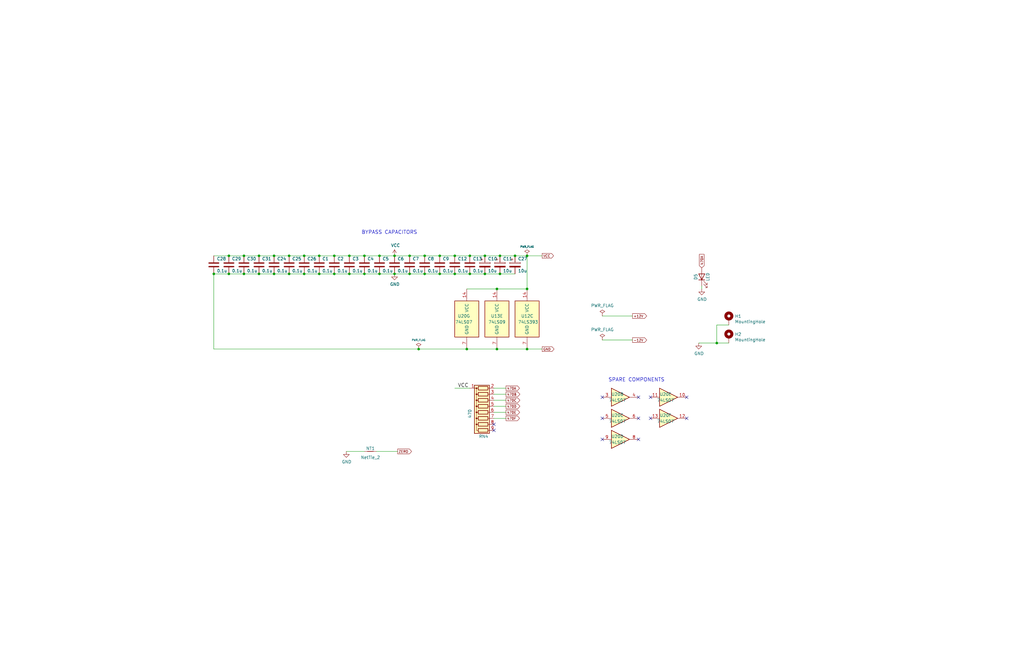
<source format=kicad_sch>
(kicad_sch (version 20211123) (generator eeschema)
  (paper "B")
  (lib_symbols
    (symbol "74xx:74LS07" (pin_names (offset 1.016))
      (property "Reference" "U" (at 0 1.27 0))
      (property "Value" "74LS07" (at 0 -1.27 0))
      (symbol "74LS07_1_0"
        (polyline (pts (xy -3.81 3.81) (xy -3.81 -3.81) (xy 3.81 0) (xy -3.81 3.81)) (stroke (width 0.254)) (fill (type background)))
        (pin input line (at -7.62 0 0) (length 3.81) (name "~") (number "1"))
        (pin open_collector line (at 7.62 0 180) (length 3.81) (name "~") (number "2"))
      )
      (symbol "74LS07_2_0"
        (polyline (pts (xy -3.81 3.81) (xy -3.81 -3.81) (xy 3.81 0) (xy -3.81 3.81)) (stroke (width 0.254)) (fill (type background)))
        (pin input line (at -7.62 0 0) (length 3.81) (name "~") (number "3"))
        (pin open_collector line (at 7.62 0 180) (length 3.81) (name "~") (number "4"))
      )
      (symbol "74LS07_3_0"
        (polyline (pts (xy -3.81 3.81) (xy -3.81 -3.81) (xy 3.81 0) (xy -3.81 3.81)) (stroke (width 0.254)) (fill (type background)))
        (pin input line (at -7.62 0 0) (length 3.81) (name "~") (number "5"))
        (pin open_collector line (at 7.62 0 180) (length 3.81) (name "~") (number "6"))
      )
      (symbol "74LS07_4_0"
        (polyline (pts (xy -3.81 3.81) (xy -3.81 -3.81) (xy 3.81 0) (xy -3.81 3.81)) (stroke (width 0.254)) (fill (type background)))
        (pin open_collector line (at 7.62 0 180) (length 3.81) (name "~") (number "8"))
        (pin input line (at -7.62 0 0) (length 3.81) (name "~") (number "9"))
      )
      (symbol "74LS07_5_0"
        (polyline (pts (xy -3.81 3.81) (xy -3.81 -3.81) (xy 3.81 0) (xy -3.81 3.81)) (stroke (width 0.254)) (fill (type background)))
        (pin open_collector line (at 7.62 0 180) (length 3.81) (name "~") (number "10"))
        (pin input line (at -7.62 0 0) (length 3.81) (name "~") (number "11"))
      )
      (symbol "74LS07_6_0"
        (polyline (pts (xy -3.81 3.81) (xy -3.81 -3.81) (xy 3.81 0) (xy -3.81 3.81)) (stroke (width 0.254)) (fill (type background)))
        (pin open_collector line (at 7.62 0 180) (length 3.81) (name "~") (number "12"))
        (pin input line (at -7.62 0 0) (length 3.81) (name "~") (number "13"))
      )
      (symbol "74LS07_7_0"
        (pin power_in line (at 0 12.7 270) (length 5.08) (name "VCC") (number "14"))
        (pin power_in line (at 0 -12.7 90) (length 5.08) (name "GND") (number "7"))
      )
      (symbol "74LS07_7_1"
        (rectangle (start -5.08 7.62) (end 5.08 -7.62) (stroke (width 0.254)) (fill (type background)))
      )
    )
    (symbol "74xx:74LS09" (pin_names (offset 1.016))
      (property "Reference" "U" (at 0 1.27 0))
      (property "Value" "74LS09" (at 0 -1.27 0))
      (symbol "74LS09_1_1"
        (arc (start 0 -3.81) (mid 3.81 0) (end 0 3.81) (stroke (width 0.254)) (fill (type background)))
        (polyline (pts (xy 0 3.81) (xy -3.81 3.81) (xy -3.81 -3.81) (xy 0 -3.81)) (stroke (width 0.254)) (fill (type background)))
        (pin input line (at -7.62 2.54 0) (length 3.81) (name "~") (number "1"))
        (pin input line (at -7.62 -2.54 0) (length 3.81) (name "~") (number "2"))
        (pin open_collector line (at 7.62 0 180) (length 3.81) (name "~") (number "3"))
      )
      (symbol "74LS09_1_2"
        (arc (start -3.81 -3.81) (mid -2.589 0) (end -3.81 3.81) (stroke (width 0.254)))
        (arc (start -0.6096 -3.81) (mid 2.1842 -2.5851) (end 3.81 0) (stroke (width 0.254)) (fill (type background)))
        (polyline (pts (xy -3.81 -3.81) (xy -0.635 -3.81)) (stroke (width 0.254)) (fill (type background)))
        (polyline (pts (xy -3.81 3.81) (xy -0.635 3.81)) (stroke (width 0.254)) (fill (type background)))
        (polyline (pts (xy -0.635 3.81) (xy -3.81 3.81) (xy -3.81 3.81) (xy -3.556 3.4036) (xy -3.0226 2.2606) (xy -2.6924 1.0414) (xy -2.6162 -0.254) (xy -2.7686 -1.4986) (xy -3.175 -2.7178) (xy -3.81 -3.81) (xy -3.81 -3.81) (xy -0.635 -3.81)) (stroke (width -25.4)) (fill (type background)))
        (arc (start 3.81 0) (mid 2.1915 2.5936) (end -0.6096 3.81) (stroke (width 0.254)) (fill (type background)))
        (pin input inverted (at -7.62 2.54 0) (length 4.318) (name "~") (number "1"))
        (pin input inverted (at -7.62 -2.54 0) (length 4.318) (name "~") (number "2"))
        (pin output inverted (at 7.62 0 180) (length 3.81) (name "~") (number "3"))
      )
      (symbol "74LS09_2_1"
        (arc (start 0 -3.81) (mid 3.81 0) (end 0 3.81) (stroke (width 0.254)) (fill (type background)))
        (polyline (pts (xy 0 3.81) (xy -3.81 3.81) (xy -3.81 -3.81) (xy 0 -3.81)) (stroke (width 0.254)) (fill (type background)))
        (pin input line (at -7.62 2.54 0) (length 3.81) (name "~") (number "4"))
        (pin input line (at -7.62 -2.54 0) (length 3.81) (name "~") (number "5"))
        (pin open_collector line (at 7.62 0 180) (length 3.81) (name "~") (number "6"))
      )
      (symbol "74LS09_2_2"
        (arc (start -3.81 -3.81) (mid -2.589 0) (end -3.81 3.81) (stroke (width 0.254)))
        (arc (start -0.6096 -3.81) (mid 2.1842 -2.5851) (end 3.81 0) (stroke (width 0.254)) (fill (type background)))
        (polyline (pts (xy -3.81 -3.81) (xy -0.635 -3.81)) (stroke (width 0.254)) (fill (type background)))
        (polyline (pts (xy -3.81 3.81) (xy -0.635 3.81)) (stroke (width 0.254)) (fill (type background)))
        (polyline (pts (xy -0.635 3.81) (xy -3.81 3.81) (xy -3.81 3.81) (xy -3.556 3.4036) (xy -3.0226 2.2606) (xy -2.6924 1.0414) (xy -2.6162 -0.254) (xy -2.7686 -1.4986) (xy -3.175 -2.7178) (xy -3.81 -3.81) (xy -3.81 -3.81) (xy -0.635 -3.81)) (stroke (width -25.4)) (fill (type background)))
        (arc (start 3.81 0) (mid 2.1915 2.5936) (end -0.6096 3.81) (stroke (width 0.254)) (fill (type background)))
        (pin input inverted (at -7.62 2.54 0) (length 4.318) (name "~") (number "4"))
        (pin input inverted (at -7.62 -2.54 0) (length 4.318) (name "~") (number "5"))
        (pin output inverted (at 7.62 0 180) (length 3.81) (name "~") (number "6"))
      )
      (symbol "74LS09_3_1"
        (arc (start 0 -3.81) (mid 3.81 0) (end 0 3.81) (stroke (width 0.254)) (fill (type background)))
        (polyline (pts (xy 0 3.81) (xy -3.81 3.81) (xy -3.81 -3.81) (xy 0 -3.81)) (stroke (width 0.254)) (fill (type background)))
        (pin input line (at -7.62 -2.54 0) (length 3.81) (name "~") (number "10"))
        (pin open_collector line (at 7.62 0 180) (length 3.81) (name "~") (number "8"))
        (pin input line (at -7.62 2.54 0) (length 3.81) (name "~") (number "9"))
      )
      (symbol "74LS09_3_2"
        (arc (start -3.81 -3.81) (mid -2.589 0) (end -3.81 3.81) (stroke (width 0.254)))
        (arc (start -0.6096 -3.81) (mid 2.1842 -2.5851) (end 3.81 0) (stroke (width 0.254)) (fill (type background)))
        (polyline (pts (xy -3.81 -3.81) (xy -0.635 -3.81)) (stroke (width 0.254)) (fill (type background)))
        (polyline (pts (xy -3.81 3.81) (xy -0.635 3.81)) (stroke (width 0.254)) (fill (type background)))
        (polyline (pts (xy -0.635 3.81) (xy -3.81 3.81) (xy -3.81 3.81) (xy -3.556 3.4036) (xy -3.0226 2.2606) (xy -2.6924 1.0414) (xy -2.6162 -0.254) (xy -2.7686 -1.4986) (xy -3.175 -2.7178) (xy -3.81 -3.81) (xy -3.81 -3.81) (xy -0.635 -3.81)) (stroke (width -25.4)) (fill (type background)))
        (arc (start 3.81 0) (mid 2.1915 2.5936) (end -0.6096 3.81) (stroke (width 0.254)) (fill (type background)))
        (pin input inverted (at -7.62 -2.54 0) (length 4.318) (name "~") (number "10"))
        (pin output inverted (at 7.62 0 180) (length 3.81) (name "~") (number "8"))
        (pin input inverted (at -7.62 2.54 0) (length 4.318) (name "~") (number "9"))
      )
      (symbol "74LS09_4_1"
        (arc (start 0 -3.81) (mid 3.81 0) (end 0 3.81) (stroke (width 0.254)) (fill (type background)))
        (polyline (pts (xy 0 3.81) (xy -3.81 3.81) (xy -3.81 -3.81) (xy 0 -3.81)) (stroke (width 0.254)) (fill (type background)))
        (pin open_collector line (at 7.62 0 180) (length 3.81) (name "~") (number "11"))
        (pin input line (at -7.62 2.54 0) (length 3.81) (name "~") (number "12"))
        (pin input line (at -7.62 -2.54 0) (length 3.81) (name "~") (number "13"))
      )
      (symbol "74LS09_4_2"
        (arc (start -3.81 -3.81) (mid -2.589 0) (end -3.81 3.81) (stroke (width 0.254)))
        (arc (start -0.6096 -3.81) (mid 2.1842 -2.5851) (end 3.81 0) (stroke (width 0.254)) (fill (type background)))
        (polyline (pts (xy -3.81 -3.81) (xy -0.635 -3.81)) (stroke (width 0.254)) (fill (type background)))
        (polyline (pts (xy -3.81 3.81) (xy -0.635 3.81)) (stroke (width 0.254)) (fill (type background)))
        (polyline (pts (xy -0.635 3.81) (xy -3.81 3.81) (xy -3.81 3.81) (xy -3.556 3.4036) (xy -3.0226 2.2606) (xy -2.6924 1.0414) (xy -2.6162 -0.254) (xy -2.7686 -1.4986) (xy -3.175 -2.7178) (xy -3.81 -3.81) (xy -3.81 -3.81) (xy -0.635 -3.81)) (stroke (width -25.4)) (fill (type background)))
        (arc (start 3.81 0) (mid 2.1915 2.5936) (end -0.6096 3.81) (stroke (width 0.254)) (fill (type background)))
        (pin output inverted (at 7.62 0 180) (length 3.81) (name "~") (number "11"))
        (pin input inverted (at -7.62 2.54 0) (length 4.318) (name "~") (number "12"))
        (pin input inverted (at -7.62 -2.54 0) (length 4.318) (name "~") (number "13"))
      )
      (symbol "74LS09_5_0"
        (pin power_in line (at 0 12.7 270) (length 5.08) (name "VCC") (number "14"))
        (pin power_in line (at 0 -12.7 90) (length 5.08) (name "GND") (number "7"))
      )
      (symbol "74LS09_5_1"
        (rectangle (start -5.08 7.62) (end 5.08 -7.62) (stroke (width 0.254)) (fill (type background)))
      )
    )
    (symbol "74xx:74LS393" (pin_names (offset 1.016))
      (property "Reference" "U" (at -7.62 8.89 0))
      (property "Value" "74LS393" (at -7.62 -8.89 0))
      (symbol "74LS393_1_0"
        (pin input clock (at -12.7 2.54 0) (length 5.08) (name "CP") (number "1"))
        (pin input line (at -12.7 -5.08 0) (length 5.08) (name "MR") (number "2"))
        (pin output line (at 12.7 2.54 180) (length 5.08) (name "Q0") (number "3"))
        (pin output line (at 12.7 0 180) (length 5.08) (name "Q1") (number "4"))
        (pin output line (at 12.7 -2.54 180) (length 5.08) (name "Q2") (number "5"))
        (pin output line (at 12.7 -5.08 180) (length 5.08) (name "Q3") (number "6"))
      )
      (symbol "74LS393_1_1"
        (rectangle (start -7.62 5.08) (end 7.62 -7.62) (stroke (width 0.254)) (fill (type background)))
      )
      (symbol "74LS393_2_0"
        (pin output line (at 12.7 0 180) (length 5.08) (name "Q1") (number "10"))
        (pin output line (at 12.7 2.54 180) (length 5.08) (name "Q0") (number "11"))
        (pin input line (at -12.7 -5.08 0) (length 5.08) (name "MR") (number "12"))
        (pin input clock (at -12.7 2.54 0) (length 5.08) (name "CP") (number "13"))
        (pin output line (at 12.7 -5.08 180) (length 5.08) (name "Q3") (number "8"))
        (pin output line (at 12.7 -2.54 180) (length 5.08) (name "Q2") (number "9"))
      )
      (symbol "74LS393_2_1"
        (rectangle (start -7.62 5.08) (end 7.62 -7.62) (stroke (width 0.254)) (fill (type background)))
      )
      (symbol "74LS393_3_0"
        (pin power_in line (at 0 12.7 270) (length 5.08) (name "VCC") (number "14"))
        (pin power_in line (at 0 -12.7 90) (length 5.08) (name "GND") (number "7"))
      )
      (symbol "74LS393_3_1"
        (rectangle (start -5.08 7.62) (end 5.08 -7.62) (stroke (width 0.254)) (fill (type background)))
      )
    )
    (symbol "Device:C" (pin_numbers hide) (pin_names (offset 0.254))
      (property "Reference" "C" (at 0.635 2.54 0))
      (property "Value" "C" (at 0.635 -2.54 0))
      (symbol "C_0_1"
        (polyline (pts (xy -2.032 -0.762) (xy 2.032 -0.762)) (stroke (width 0.508)))
        (polyline (pts (xy -2.032 0.762) (xy 2.032 0.762)) (stroke (width 0.508)))
      )
      (symbol "C_1_1"
        (pin passive line (at 0 3.81 270) (length 2.794) (name "~") (number "1"))
        (pin passive line (at 0 -3.81 90) (length 2.794) (name "~") (number "2"))
      )
    )
    (symbol "Device:C_Polarized" (pin_numbers hide) (pin_names (offset 0.254))
      (property "Reference" "C" (at 0.635 2.54 0))
      (property "Value" "C_Polarized" (at 0.635 -2.54 0))
      (symbol "C_Polarized_0_1"
        (rectangle (start -2.286 0.508) (end 2.286 1.016))
        (polyline (pts (xy -1.778 2.286) (xy -0.762 2.286)))
        (polyline (pts (xy -1.27 2.794) (xy -1.27 1.778)))
        (rectangle (start 2.286 -0.508) (end -2.286 -1.016) (fill (type outline)))
      )
      (symbol "C_Polarized_1_1"
        (pin passive line (at 0 3.81 270) (length 2.794) (name "~") (number "1"))
        (pin passive line (at 0 -3.81 90) (length 2.794) (name "~") (number "2"))
      )
    )
    (symbol "Device:LED" (pin_numbers hide) (pin_names (offset 1.016) hide)
      (property "Reference" "D" (at 0 2.54 0))
      (property "Value" "LED" (at 0 -2.54 0))
      (symbol "LED_0_1"
        (polyline (pts (xy -1.27 -1.27) (xy -1.27 1.27)) (stroke (width 0.254)))
        (polyline (pts (xy -1.27 0) (xy 1.27 0)))
        (polyline (pts (xy 1.27 -1.27) (xy 1.27 1.27) (xy -1.27 0) (xy 1.27 -1.27)) (stroke (width 0.254)))
        (polyline (pts (xy -3.048 -0.762) (xy -4.572 -2.286) (xy -3.81 -2.286) (xy -4.572 -2.286) (xy -4.572 -1.524)))
        (polyline (pts (xy -1.778 -0.762) (xy -3.302 -2.286) (xy -2.54 -2.286) (xy -3.302 -2.286) (xy -3.302 -1.524)))
      )
      (symbol "LED_1_1"
        (pin passive line (at -3.81 0 0) (length 2.54) (name "K") (number "1"))
        (pin passive line (at 3.81 0 180) (length 2.54) (name "A") (number "2"))
      )
    )
    (symbol "Device:NetTie_2" (pin_numbers hide) (pin_names (offset 0) hide) (in_bom no)
      (property "Reference" "NT" (at 0 1.27 0))
      (property "Value" "NetTie_2" (at 0 -1.27 0))
      (symbol "NetTie_2_0_1"
        (polyline (pts (xy -1.27 0) (xy 1.27 0)) (stroke (width 0.254)))
      )
      (symbol "NetTie_2_1_1"
        (pin passive line (at -2.54 0 0) (length 2.54) (name "1") (number "1"))
        (pin passive line (at 2.54 0 180) (length 2.54) (name "2") (number "2"))
      )
    )
    (symbol "Device:R_Network08" (pin_names (offset 0) hide)
      (property "Reference" "RN" (at -12.7 0 90))
      (property "Value" "R_Network08" (at 10.16 0 90))
      (symbol "R_Network08_0_1"
        (rectangle (start -11.43 -3.175) (end 8.89 3.175) (stroke (width 0.254)) (fill (type background)))
        (rectangle (start -10.922 1.524) (end -9.398 -2.54) (stroke (width 0.254)))
        (circle (center -10.16 2.286) (radius 0.254) (fill (type outline)))
        (rectangle (start -8.382 1.524) (end -6.858 -2.54) (stroke (width 0.254)))
        (circle (center -7.62 2.286) (radius 0.254) (fill (type outline)))
        (rectangle (start -5.842 1.524) (end -4.318 -2.54) (stroke (width 0.254)))
        (circle (center -5.08 2.286) (radius 0.254) (fill (type outline)))
        (rectangle (start -3.302 1.524) (end -1.778 -2.54) (stroke (width 0.254)))
        (circle (center -2.54 2.286) (radius 0.254) (fill (type outline)))
        (rectangle (start -0.762 1.524) (end 0.762 -2.54) (stroke (width 0.254)))
        (polyline (pts (xy -10.16 -2.54) (xy -10.16 -3.81)))
        (polyline (pts (xy -7.62 -2.54) (xy -7.62 -3.81)))
        (polyline (pts (xy -5.08 -2.54) (xy -5.08 -3.81)))
        (polyline (pts (xy -2.54 -2.54) (xy -2.54 -3.81)))
        (polyline (pts (xy 0 -2.54) (xy 0 -3.81)))
        (polyline (pts (xy 2.54 -2.54) (xy 2.54 -3.81)))
        (polyline (pts (xy 5.08 -2.54) (xy 5.08 -3.81)))
        (polyline (pts (xy 7.62 -2.54) (xy 7.62 -3.81)))
        (polyline (pts (xy -10.16 1.524) (xy -10.16 2.286) (xy -7.62 2.286) (xy -7.62 1.524)))
        (polyline (pts (xy -7.62 1.524) (xy -7.62 2.286) (xy -5.08 2.286) (xy -5.08 1.524)))
        (polyline (pts (xy -5.08 1.524) (xy -5.08 2.286) (xy -2.54 2.286) (xy -2.54 1.524)))
        (polyline (pts (xy -2.54 1.524) (xy -2.54 2.286) (xy 0 2.286) (xy 0 1.524)))
        (polyline (pts (xy 0 1.524) (xy 0 2.286) (xy 2.54 2.286) (xy 2.54 1.524)))
        (polyline (pts (xy 2.54 1.524) (xy 2.54 2.286) (xy 5.08 2.286) (xy 5.08 1.524)))
        (polyline (pts (xy 5.08 1.524) (xy 5.08 2.286) (xy 7.62 2.286) (xy 7.62 1.524)))
        (circle (center 0 2.286) (radius 0.254) (fill (type outline)))
        (rectangle (start 1.778 1.524) (end 3.302 -2.54) (stroke (width 0.254)))
        (circle (center 2.54 2.286) (radius 0.254) (fill (type outline)))
        (rectangle (start 4.318 1.524) (end 5.842 -2.54) (stroke (width 0.254)))
        (circle (center 5.08 2.286) (radius 0.254) (fill (type outline)))
        (rectangle (start 6.858 1.524) (end 8.382 -2.54) (stroke (width 0.254)))
      )
      (symbol "R_Network08_1_1"
        (pin passive line (at -10.16 5.08 270) (length 2.54) (name "common") (number "1"))
        (pin passive line (at -10.16 -5.08 90) (length 1.27) (name "R1") (number "2"))
        (pin passive line (at -7.62 -5.08 90) (length 1.27) (name "R2") (number "3"))
        (pin passive line (at -5.08 -5.08 90) (length 1.27) (name "R3") (number "4"))
        (pin passive line (at -2.54 -5.08 90) (length 1.27) (name "R4") (number "5"))
        (pin passive line (at 0 -5.08 90) (length 1.27) (name "R5") (number "6"))
        (pin passive line (at 2.54 -5.08 90) (length 1.27) (name "R6") (number "7"))
        (pin passive line (at 5.08 -5.08 90) (length 1.27) (name "R7") (number "8"))
        (pin passive line (at 7.62 -5.08 90) (length 1.27) (name "R8") (number "9"))
      )
    )
    (symbol "Mechanical:MountingHole_Pad" (pin_numbers hide) (pin_names (offset 1.016) hide)
      (property "Reference" "H" (at 0 6.35 0))
      (property "Value" "MountingHole_Pad" (at 0 4.445 0))
      (symbol "MountingHole_Pad_0_1"
        (circle (center 0 1.27) (radius 1.27) (stroke (width 1.27)))
      )
      (symbol "MountingHole_Pad_1_1"
        (pin input line (at 0 -2.54 90) (length 2.54) (name "1") (number "1"))
      )
    )
    (symbol "power:GND" (power) (pin_names (offset 0))
      (property "Value" "GND" (at 0 -3.81 0))
      (symbol "GND_0_1"
        (polyline (pts (xy 0 0) (xy 0 -1.27) (xy 1.27 -1.27) (xy 0 -2.54) (xy -1.27 -1.27) (xy 0 -1.27)))
      )
      (symbol "GND_1_1"
        (pin power_in line (at 0 0 270) (length 0) hide (name "GND") (number "1"))
      )
    )
    (symbol "power:PWR_FLAG" (power) (pin_numbers hide) (pin_names (offset 0) hide)
      (property "Value" "PWR_FLAG" (at 0 3.81 0))
      (symbol "PWR_FLAG_0_0"
        (pin power_out line (at 0 0 90) (length 0) (name "pwr") (number "1"))
      )
      (symbol "PWR_FLAG_0_1"
        (polyline (pts (xy 0 0) (xy 0 1.27) (xy -1.016 1.905) (xy 0 2.54) (xy 1.016 1.905) (xy 0 1.27)))
      )
    )
    (symbol "power:VCC" (power) (pin_names (offset 0))
      (property "Value" "VCC" (at 0 3.81 0))
      (symbol "VCC_0_1"
        (polyline (pts (xy -0.762 1.27) (xy 0 2.54)))
        (polyline (pts (xy 0 0) (xy 0 2.54)))
        (polyline (pts (xy 0 2.54) (xy 0.762 1.27)))
      )
      (symbol "VCC_1_1"
        (pin power_in line (at 0 0 90) (length 0) hide (name "VCC") (number "1"))
      )
    )
  )
  (junction (at 96.52 115.57))
  (junction (at 172.72 107.95))
  (junction (at 134.62 107.95))
  (junction (at 102.87 107.95))
  (junction (at 204.47 115.57))
  (junction (at 179.07 107.95))
  (junction (at 176.53 147.32))
  (junction (at 96.52 107.95))
  (junction (at 109.22 107.95))
  (junction (at 172.72 115.57))
  (junction (at 209.55 147.32))
  (junction (at 210.82 107.95))
  (junction (at 102.87 115.57))
  (junction (at 198.12 107.95))
  (junction (at 209.55 121.92))
  (junction (at 147.32 107.95))
  (junction (at 204.47 107.95))
  (junction (at 115.57 107.95))
  (junction (at 166.37 115.57))
  (junction (at 153.67 115.57))
  (junction (at 196.85 147.32))
  (junction (at 134.62 115.57))
  (junction (at 222.25 147.32))
  (junction (at 222.25 107.95))
  (junction (at 160.02 115.57))
  (junction (at 115.57 115.57))
  (junction (at 166.37 107.95))
  (junction (at 198.12 115.57))
  (junction (at 121.92 107.95))
  (junction (at 302.26 144.78))
  (junction (at 217.17 107.95))
  (junction (at 140.97 115.57))
  (junction (at 121.92 115.57))
  (junction (at 128.27 115.57))
  (junction (at 90.17 115.57))
  (junction (at 147.32 115.57))
  (junction (at 160.02 107.95))
  (junction (at 128.27 107.95))
  (junction (at 191.77 107.95))
  (junction (at 185.42 115.57))
  (junction (at 191.77 115.57))
  (junction (at 153.67 107.95))
  (junction (at 222.25 121.92))
  (junction (at 109.22 115.57))
  (junction (at 140.97 107.95))
  (junction (at 179.07 115.57))
  (junction (at 210.82 115.57))
  (junction (at 185.42 107.95))
  (no_connect (at 254 185.42))
  (no_connect (at 254 176.53))
  (no_connect (at 274.32 176.53))
  (no_connect (at 269.24 176.53))
  (no_connect (at 289.56 167.64))
  (no_connect (at 254 167.64))
  (no_connect (at 208.28 179.07))
  (no_connect (at 269.24 167.64))
  (no_connect (at 289.56 176.53))
  (no_connect (at 269.24 185.42))
  (no_connect (at 274.32 167.64))
  (no_connect (at 208.28 181.61))
  (wire (pts (xy 102.87 115.57) (xy 109.22 115.57)))
  (wire (pts (xy 210.82 107.95) (xy 217.17 107.95)))
  (wire (pts (xy 147.32 107.95) (xy 153.67 107.95)))
  (wire (pts (xy 153.67 107.95) (xy 160.02 107.95)))
  (wire (pts (xy 176.53 147.32) (xy 196.85 147.32)))
  (wire (pts (xy 208.28 171.45) (xy 213.36 171.45)))
  (wire (pts (xy 208.28 163.83) (xy 213.36 163.83)))
  (wire (pts (xy 196.85 121.92) (xy 209.55 121.92)))
  (wire (pts (xy 254 143.51) (xy 266.7 143.51)))
  (wire (pts (xy 302.26 144.78) (xy 294.64 144.78)))
  (wire (pts (xy 222.25 121.92) (xy 222.25 107.95)))
  (wire (pts (xy 208.28 168.91) (xy 213.36 168.91)))
  (wire (pts (xy 115.57 115.57) (xy 121.92 115.57)))
  (wire (pts (xy 109.22 107.95) (xy 102.87 107.95)))
  (wire (pts (xy 191.77 163.83) (xy 198.12 163.83)))
  (wire (pts (xy 140.97 107.95) (xy 147.32 107.95)))
  (wire (pts (xy 222.25 107.95) (xy 228.6 107.95)))
  (wire (pts (xy 208.28 166.37) (xy 213.36 166.37)))
  (wire (pts (xy 209.55 121.92) (xy 222.25 121.92)))
  (wire (pts (xy 204.47 107.95) (xy 210.82 107.95)))
  (wire (pts (xy 295.91 120.65) (xy 295.91 121.92)))
  (wire (pts (xy 153.67 115.57) (xy 160.02 115.57)))
  (wire (pts (xy 166.37 115.57) (xy 172.72 115.57)))
  (wire (pts (xy 102.87 107.95) (xy 96.52 107.95)))
  (wire (pts (xy 90.17 115.57) (xy 90.17 147.32)))
  (wire (pts (xy 146.05 190.5) (xy 153.67 190.5)))
  (wire (pts (xy 128.27 115.57) (xy 134.62 115.57)))
  (wire (pts (xy 90.17 147.32) (xy 176.53 147.32)))
  (wire (pts (xy 90.17 115.57) (xy 96.52 115.57)))
  (wire (pts (xy 185.42 115.57) (xy 191.77 115.57)))
  (wire (pts (xy 128.27 107.95) (xy 134.62 107.95)))
  (wire (pts (xy 115.57 107.95) (xy 121.92 107.95)))
  (wire (pts (xy 96.52 115.57) (xy 102.87 115.57)))
  (wire (pts (xy 166.37 107.95) (xy 172.72 107.95)))
  (wire (pts (xy 198.12 115.57) (xy 204.47 115.57)))
  (wire (pts (xy 191.77 107.95) (xy 198.12 107.95)))
  (wire (pts (xy 222.25 147.32) (xy 228.6 147.32)))
  (wire (pts (xy 160.02 115.57) (xy 166.37 115.57)))
  (wire (pts (xy 217.17 107.95) (xy 222.25 107.95)))
  (wire (pts (xy 109.22 115.57) (xy 115.57 115.57)))
  (wire (pts (xy 208.28 176.53) (xy 213.36 176.53)))
  (wire (pts (xy 147.32 115.57) (xy 153.67 115.57)))
  (wire (pts (xy 254 133.35) (xy 266.7 133.35)))
  (wire (pts (xy 191.77 115.57) (xy 198.12 115.57)))
  (wire (pts (xy 160.02 107.95) (xy 166.37 107.95)))
  (wire (pts (xy 140.97 115.57) (xy 147.32 115.57)))
  (wire (pts (xy 121.92 107.95) (xy 128.27 107.95)))
  (wire (pts (xy 121.92 115.57) (xy 128.27 115.57)))
  (wire (pts (xy 196.85 147.32) (xy 209.55 147.32)))
  (wire (pts (xy 158.75 190.5) (xy 167.64 190.5)))
  (wire (pts (xy 302.26 137.16) (xy 302.26 144.78)))
  (wire (pts (xy 198.12 107.95) (xy 204.47 107.95)))
  (wire (pts (xy 115.57 107.95) (xy 109.22 107.95)))
  (wire (pts (xy 307.34 144.78) (xy 302.26 144.78)))
  (wire (pts (xy 172.72 115.57) (xy 179.07 115.57)))
  (wire (pts (xy 96.52 107.95) (xy 90.17 107.95)))
  (wire (pts (xy 204.47 115.57) (xy 210.82 115.57)))
  (wire (pts (xy 210.82 115.57) (xy 217.17 115.57)))
  (wire (pts (xy 134.62 115.57) (xy 140.97 115.57)))
  (wire (pts (xy 172.72 107.95) (xy 179.07 107.95)))
  (wire (pts (xy 307.34 137.16) (xy 302.26 137.16)))
  (wire (pts (xy 179.07 107.95) (xy 185.42 107.95)))
  (wire (pts (xy 209.55 147.32) (xy 222.25 147.32)))
  (wire (pts (xy 208.28 173.99) (xy 213.36 173.99)))
  (wire (pts (xy 134.62 107.95) (xy 140.97 107.95)))
  (wire (pts (xy 179.07 115.57) (xy 185.42 115.57)))
  (wire (pts (xy 185.42 107.95) (xy 191.77 107.95)))
  (text "BYPASS CAPACITORS" (at 152.4 99.06 0) (effects (font (size 1.524 1.524)) (justify left bottom)))
  (text "SPARE COMPONENTS" (at 256.54 161.29 0) (effects (font (size 1.524 1.524)) (justify left bottom)))
  (label "VCC" (at 193.04 163.83 0) (effects (font (size 1.524 1.524))))
  (global_label "470D" (shape output) (at 213.36 171.45 0) (effects (font (size 1.016 1.016))) (property "Intersheet References" "${INTERSHEET_REFS}" (effects hide)))
  (global_label "-12V" (shape output) (at 266.7 143.51 0) (effects (font (size 1.016 1.016))) (property "Intersheet References" "${INTERSHEET_REFS}" (effects hide)))
  (global_label "VCC" (shape output) (at 228.6 107.95 0) (effects (font (size 1.016 1.016))) (property "Intersheet References" "${INTERSHEET_REFS}" (effects hide)))
  (global_label "470F" (shape output) (at 213.36 176.53 0) (effects (font (size 1.016 1.016))) (property "Intersheet References" "${INTERSHEET_REFS}" (effects hide)))
  (global_label "ZERO" (shape output) (at 167.64 190.5 0) (effects (font (size 1.016 1.016))) (property "Intersheet References" "${INTERSHEET_REFS}" (effects hide)))
  (global_label "470A" (shape output) (at 213.36 163.83 0) (effects (font (size 1.016 1.016))) (property "Intersheet References" "${INTERSHEET_REFS}" (effects hide)))
  (global_label "470A" (shape input) (at 295.91 113.03 90) (effects (font (size 1.016 1.016))) (property "Intersheet References" "${INTERSHEET_REFS}" (effects hide)))
  (global_label "470C" (shape output) (at 213.36 168.91 0) (effects (font (size 1.016 1.016))) (property "Intersheet References" "${INTERSHEET_REFS}" (effects hide)))
  (global_label "470B" (shape output) (at 213.36 166.37 0) (effects (font (size 1.016 1.016))) (property "Intersheet References" "${INTERSHEET_REFS}" (effects hide)))
  (global_label "GND" (shape output) (at 228.6 147.32 0) (effects (font (size 1.016 1.016))) (property "Intersheet References" "${INTERSHEET_REFS}" (effects hide)))
  (global_label "+12V" (shape output) (at 266.7 133.35 0) (effects (font (size 1.016 1.016))) (property "Intersheet References" "${INTERSHEET_REFS}" (effects hide)))
  (global_label "470E" (shape output) (at 213.36 173.99 0) (effects (font (size 1.016 1.016))) (property "Intersheet References" "${INTERSHEET_REFS}" (effects hide)))
  (symbol (lib_id "Device:C_Polarized") (at 204.47 111.76 0) (unit 1)
    (property "Reference" "C10" (at 205.74 109.22 0) (effects (justify left)))
    (property "Value" "10u" (at 205.74 114.3 0) (effects (justify left)))
    (property "Footprint" "Capacitor_THT:CP_Radial_D5.0mm_P2.50mm" (effects hide))
  )
  (symbol (lib_id "Device:C_Polarized") (at 210.82 111.76 0) (unit 1)
    (property "Reference" "C11" (at 212.09 109.22 0) (effects (justify left)))
    (property "Value" "10u" (at 212.09 114.3 0) (effects (justify left)))
    (property "Footprint" "Capacitor_THT:CP_Radial_D5.0mm_P2.50mm" (effects hide))
  )
  (symbol (lib_id "Device:C") (at 140.97 111.76 0) (unit 1)
    (property "Reference" "C2" (at 142.24 109.22 0) (effects (justify left)))
    (property "Value" "0.1u" (at 142.24 114.3 0) (effects (justify left)))
    (property "Footprint" "Capacitor_THT:C_Disc_D5.0mm_W2.5mm_P5.00mm" (effects hide))
  )
  (symbol (lib_id "Device:C") (at 147.32 111.76 0) (unit 1)
    (property "Reference" "C3" (at 148.59 109.22 0) (effects (justify left)))
    (property "Value" "0.1u" (at 148.59 114.3 0) (effects (justify left)))
    (property "Footprint" "Capacitor_THT:C_Disc_D5.0mm_W2.5mm_P5.00mm" (effects hide))
  )
  (symbol (lib_id "Device:C") (at 153.67 111.76 0) (unit 1)
    (property "Reference" "C4" (at 154.94 109.22 0) (effects (justify left)))
    (property "Value" "0.1u" (at 154.94 114.3 0) (effects (justify left)))
    (property "Footprint" "Capacitor_THT:C_Disc_D5.0mm_W2.5mm_P5.00mm" (effects hide))
  )
  (symbol (lib_id "Device:C") (at 179.07 111.76 0) (unit 1)
    (property "Reference" "C8" (at 180.34 109.22 0) (effects (justify left)))
    (property "Value" "0.1u" (at 180.34 114.3 0) (effects (justify left)))
    (property "Footprint" "Capacitor_THT:C_Disc_D5.0mm_W2.5mm_P5.00mm" (effects hide))
  )
  (symbol (lib_id "Device:C") (at 185.42 111.76 0) (unit 1)
    (property "Reference" "C9" (at 186.69 109.22 0) (effects (justify left)))
    (property "Value" "0.1u" (at 186.69 114.3 0) (effects (justify left)))
    (property "Footprint" "Capacitor_THT:C_Disc_D5.0mm_W2.5mm_P5.00mm" (effects hide))
  )
  (symbol (lib_id "Device:C") (at 191.77 111.76 0) (unit 1)
    (property "Reference" "C12" (at 193.04 109.22 0) (effects (justify left)))
    (property "Value" "0.1u" (at 193.04 114.3 0) (effects (justify left)))
    (property "Footprint" "Capacitor_THT:C_Disc_D5.0mm_W2.5mm_P5.00mm" (effects hide))
  )
  (symbol (lib_id "Device:C") (at 198.12 111.76 0) (unit 1)
    (property "Reference" "C13" (at 199.39 109.22 0) (effects (justify left)))
    (property "Value" "0.1u" (at 199.39 114.3 0) (effects (justify left)))
    (property "Footprint" "Capacitor_THT:C_Disc_D5.0mm_W2.5mm_P5.00mm" (effects hide))
  )
  (symbol (lib_id "Device:C") (at 166.37 111.76 0) (unit 1)
    (property "Reference" "C6" (at 167.64 109.22 0) (effects (justify left)))
    (property "Value" "0.1u" (at 167.64 114.3 0) (effects (justify left)))
    (property "Footprint" "Capacitor_THT:C_Disc_D5.0mm_W2.5mm_P5.00mm" (effects hide))
  )
  (symbol (lib_id "Device:C") (at 172.72 111.76 0) (unit 1)
    (property "Reference" "C7" (at 173.99 109.22 0) (effects (justify left)))
    (property "Value" "0.1u" (at 173.99 114.3 0) (effects (justify left)))
    (property "Footprint" "Capacitor_THT:C_Disc_D5.0mm_W2.5mm_P5.00mm" (effects hide))
  )
  (symbol (lib_id "74xx:74LS07") (at 261.62 167.64 0) (unit 2)
    (property "Reference" "U20" (at 260.35 166.37 0))
    (property "Value" "74LS07" (at 260.35 168.91 0))
    (property "Footprint" "Package_DIP:DIP-14_W7.62mm" (effects hide))
    (property "Datasheet" "www.ti.com/lit/ds/symlink/sn74ls07.pdf" (effects hide))
  )
  (symbol (lib_id "74xx:74LS07") (at 261.62 176.53 0) (unit 3)
    (property "Reference" "U20" (at 260.35 175.26 0))
    (property "Value" "74LS07" (at 260.35 177.8 0))
    (property "Footprint" "Package_DIP:DIP-14_W7.62mm" (effects hide))
    (property "Datasheet" "www.ti.com/lit/ds/symlink/sn74ls07.pdf" (effects hide))
  )
  (symbol (lib_id "74xx:74LS07") (at 261.62 185.42 0) (unit 4)
    (property "Reference" "U20" (at 260.35 184.15 0))
    (property "Value" "74LS07" (at 260.35 186.69 0))
    (property "Footprint" "Package_DIP:DIP-14_W7.62mm" (effects hide))
    (property "Datasheet" "www.ti.com/lit/ds/symlink/sn74ls07.pdf" (effects hide))
  )
  (symbol (lib_id "74xx:74LS07") (at 281.94 167.64 0) (unit 5)
    (property "Reference" "U20" (at 280.67 166.37 0))
    (property "Value" "74LS07" (at 280.67 168.91 0))
    (property "Footprint" "Package_DIP:DIP-14_W7.62mm" (effects hide))
    (property "Datasheet" "www.ti.com/lit/ds/symlink/sn74ls07.pdf" (effects hide))
  )
  (symbol (lib_id "74xx:74LS07") (at 281.94 176.53 0) (unit 6)
    (property "Reference" "U20" (at 280.67 175.26 0))
    (property "Value" "74LS07" (at 280.67 177.8 0))
    (property "Footprint" "Package_DIP:DIP-14_W7.62mm" (effects hide))
    (property "Datasheet" "www.ti.com/lit/ds/symlink/sn74ls07.pdf" (effects hide))
  )
  (symbol (lib_id "74xx:74LS07") (at 196.85 134.62 0) (unit 7)
    (property "Reference" "U20" (at 195.58 133.35 0))
    (property "Value" "74LS07" (at 195.58 135.89 0))
    (property "Footprint" "Package_DIP:DIP-14_W7.62mm" (effects hide))
    (property "Datasheet" "www.ti.com/lit/ds/symlink/sn74ls07.pdf" (effects hide))
  )
  (symbol (lib_id "Device:C") (at 90.17 111.76 0) (unit 1)
    (property "Reference" "C28" (at 91.44 109.22 0) (effects (justify left)))
    (property "Value" "0.1u" (at 91.44 114.3 0) (effects (justify left)))
    (property "Footprint" "Capacitor_THT:C_Disc_D5.0mm_W2.5mm_P5.00mm" (effects hide))
  )
  (symbol (lib_id "Device:C") (at 109.22 111.76 0) (unit 1)
    (property "Reference" "C31" (at 110.49 109.22 0) (effects (justify left)))
    (property "Value" "0.1u" (at 110.49 114.3 0) (effects (justify left)))
    (property "Footprint" "Capacitor_THT:C_Disc_D5.0mm_W2.5mm_P5.00mm" (effects hide))
  )
  (symbol (lib_id "Device:C") (at 96.52 111.76 0) (unit 1)
    (property "Reference" "C29" (at 97.79 109.22 0) (effects (justify left)))
    (property "Value" "0.1u" (at 97.79 114.3 0) (effects (justify left)))
    (property "Footprint" "Capacitor_THT:C_Disc_D5.0mm_W2.5mm_P5.00mm" (effects hide))
  )
  (symbol (lib_id "Device:C") (at 102.87 111.76 0) (unit 1)
    (property "Reference" "C30" (at 104.14 109.22 0) (effects (justify left)))
    (property "Value" "0.1u" (at 104.14 114.3 0) (effects (justify left)))
    (property "Footprint" "Capacitor_THT:C_Disc_D5.0mm_W2.5mm_P5.00mm" (effects hide))
  )
  (symbol (lib_id "Device:R_Network08") (at 203.2 173.99 90) (mirror x) (unit 1)
    (property "Reference" "RN4" (at 201.93 184.15 90) (effects (justify right)))
    (property "Value" "470" (at 198.12 176.53 0) (effects (justify right)))
    (property "Footprint" "Resistor_THT:R_Array_SIP9" (effects hide))
    (property "Datasheet" "http://www.vishay.com/docs/31509/csc.pdf" (effects hide))
  )
  (symbol (lib_id "Device:C") (at 134.62 111.76 0) (unit 1)
    (property "Reference" "C1" (at 135.89 109.22 0) (effects (justify left)))
    (property "Value" "0.1u" (at 135.89 114.3 0) (effects (justify left)))
    (property "Footprint" "Capacitor_THT:C_Disc_D5.0mm_W2.5mm_P5.00mm" (effects hide))
  )
  (symbol (lib_id "Mechanical:MountingHole_Pad") (at 307.34 142.24 0) (unit 1)
    (property "Reference" "H2" (at 309.88 141.0716 0) (effects (justify left)))
    (property "Value" "MountingHole" (at 309.88 143.383 0) (effects (justify left)))
    (property "Footprint" "MountingHole:MountingHole_3.2mm_M3_Pad" (effects hide))
  )
  (symbol (lib_id "power:PWR_FLAG") (at 222.25 107.95 0) (unit 1)
    (property "Reference" "#FLG0104" (effects hide))
    (property "Value" "PWR_FLAG" (at 222.25 104.14 0) (effects (font (size 0.762 0.762))))
  )
  (symbol (lib_id "power:GND") (at 146.05 190.5 0) (unit 1)
    (property "Reference" "#PWR07" (effects hide))
    (property "Value" "GND" (at 146.177 194.8942 0))
  )
  (symbol (lib_id "power:GND") (at 294.64 144.78 0) (unit 1)
    (property "Reference" "#PWR0122" (effects hide))
    (property "Value" "GND" (at 294.767 149.1742 0))
  )
  (symbol (lib_id "Device:C") (at 121.92 111.76 0) (unit 1)
    (property "Reference" "C25" (at 123.19 109.22 0) (effects (justify left)))
    (property "Value" "0.1u" (at 123.19 114.3 0) (effects (justify left)))
    (property "Footprint" "Capacitor_THT:C_Disc_D5.0mm_W2.5mm_P5.00mm" (effects hide))
  )
  (symbol (lib_id "Device:C") (at 128.27 111.76 0) (unit 1)
    (property "Reference" "C26" (at 129.54 109.22 0) (effects (justify left)))
    (property "Value" "0.1u" (at 129.54 114.3 0) (effects (justify left)))
    (property "Footprint" "Capacitor_THT:C_Disc_D5.0mm_W2.5mm_P5.00mm" (effects hide))
  )
  (symbol (lib_id "Device:C") (at 115.57 111.76 0) (unit 1)
    (property "Reference" "C24" (at 116.84 109.22 0) (effects (justify left)))
    (property "Value" "0.1u" (at 116.84 114.3 0) (effects (justify left)))
    (property "Footprint" "Capacitor_THT:C_Disc_D5.0mm_W2.5mm_P5.00mm" (effects hide))
  )
  (symbol (lib_id "Device:C_Polarized") (at 217.17 111.76 0) (unit 1)
    (property "Reference" "C27" (at 218.44 109.22 0) (effects (justify left)))
    (property "Value" "10u" (at 218.44 114.3 0) (effects (justify left)))
    (property "Footprint" "Capacitor_THT:CP_Radial_D5.0mm_P2.50mm" (effects hide))
  )
  (symbol (lib_id "Device:C") (at 160.02 111.76 0) (unit 1)
    (property "Reference" "C5" (at 161.29 109.22 0) (effects (justify left)))
    (property "Value" "0.1u" (at 161.29 114.3 0) (effects (justify left)))
    (property "Footprint" "Capacitor_THT:C_Disc_D5.0mm_W2.5mm_P5.00mm" (effects hide))
  )
  (symbol (lib_id "power:PWR_FLAG") (at 176.53 147.32 0) (unit 1)
    (property "Reference" "#FLG0103" (effects hide))
    (property "Value" "PWR_FLAG" (at 176.53 143.51 0) (effects (font (size 0.762 0.762))))
  )
  (symbol (lib_id "Mechanical:MountingHole_Pad") (at 307.34 134.62 0) (unit 1)
    (property "Reference" "H1" (at 309.88 133.4516 0) (effects (justify left)))
    (property "Value" "MountingHole" (at 309.88 135.763 0) (effects (justify left)))
    (property "Footprint" "MountingHole:MountingHole_3.2mm_M3_Pad" (effects hide))
  )
  (symbol (lib_id "Device:LED") (at 295.91 116.84 90) (unit 1)
    (property "Reference" "D5" (at 293.37 116.84 0))
    (property "Value" "LED" (at 298.45 116.84 0))
    (property "Footprint" "LED_THT:LED_D3.0mm_Horizontal_O3.81mm_Z2.0mm" (effects hide))
  )
  (symbol (lib_id "74xx:74LS09") (at 209.55 134.62 0) (unit 5)
    (property "Reference" "U13" (at 209.55 133.35 0))
    (property "Value" "74LS09" (at 209.55 135.89 0))
    (property "Footprint" "Package_DIP:DIP-14_W7.62mm" (effects hide))
    (property "Datasheet" "http://www.ti.com/lit/gpn/sn74LS09" (effects hide))
  )
  (symbol (lib_id "power:GND") (at 295.91 121.92 0) (unit 1)
    (property "Reference" "#PWR0102" (effects hide))
    (property "Value" "GND" (at 296.037 126.3142 0))
  )
  (symbol (lib_id "power:PWR_FLAG") (at 254 133.35 0) (unit 1)
    (property "Reference" "#FLG0101" (effects hide))
    (property "Value" "PWR_FLAG" (at 254 128.9558 0))
  )
  (symbol (lib_id "power:PWR_FLAG") (at 254 143.51 0) (unit 1)
    (property "Reference" "#FLG0102" (effects hide))
    (property "Value" "PWR_FLAG" (at 254 139.1158 0))
  )
  (symbol (lib_id "74xx:74LS393") (at 222.25 134.62 0) (unit 3)
    (property "Reference" "U12" (at 219.71 133.35 0) (effects (justify left)))
    (property "Value" "74LS393" (at 218.44 135.89 0) (effects (justify left)))
    (property "Footprint" "Package_DIP:DIP-14_W7.62mm" (effects hide))
    (property "Datasheet" "74xx\\74LS393.pdf" (effects hide))
  )
  (symbol (lib_id "power:GND") (at 166.37 115.57 0) (unit 1)
    (property "Reference" "#PWR0124" (effects hide))
    (property "Value" "GND" (at 166.497 119.9642 0))
  )
  (symbol (lib_id "power:VCC") (at 166.37 107.95 0) (unit 1)
    (property "Reference" "#PWR0125" (effects hide))
    (property "Value" "VCC" (at 166.751 103.5558 0))
  )
  (symbol (lib_id "Device:NetTie_2") (at 156.21 190.5 0) (unit 1) (in_bom no)
    (property "Reference" "NT1" (at 156.21 189.23 0))
    (property "Value" "NetTie_2" (at 156.21 193.04 0))
    (property "Footprint" "NetTie:NetTie-2_THT_Pad0.3mm" (effects hide))
  )
)
</source>
